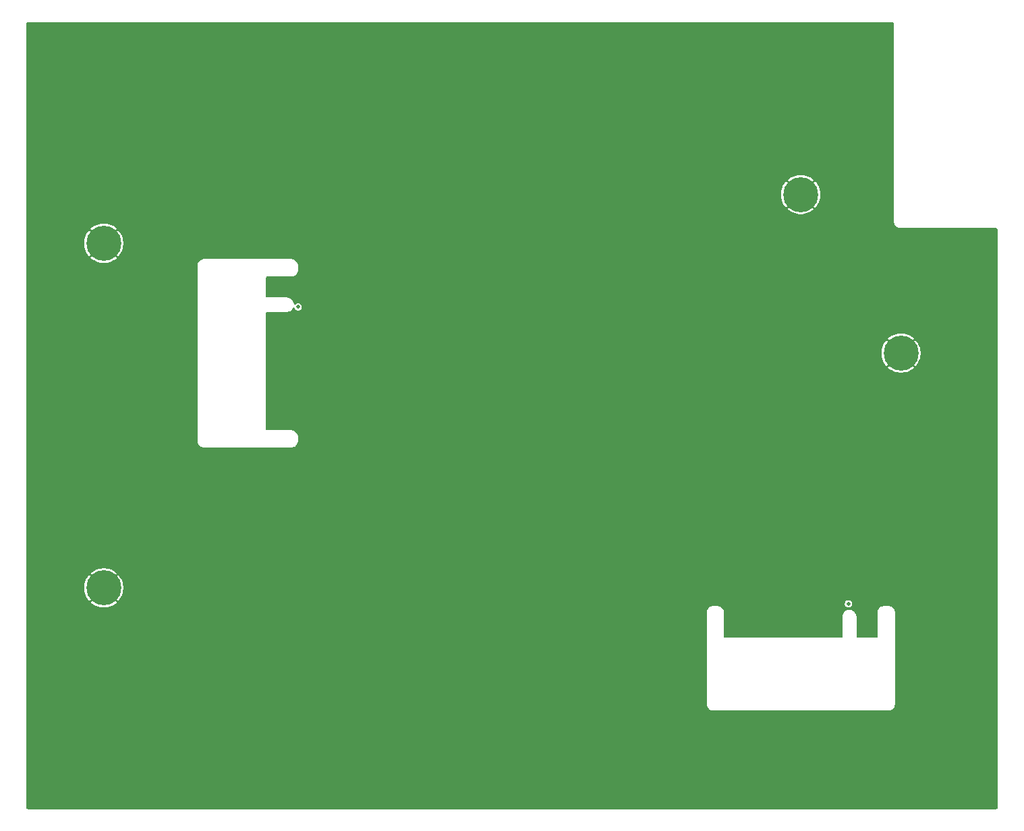
<source format=gbr>
%TF.GenerationSoftware,KiCad,Pcbnew,9.0.0*%
%TF.CreationDate,2025-03-02T12:58:23-05:00*%
%TF.ProjectId,Interposer_Board_IOCrest,496e7465-7270-46f7-9365-725f426f6172,rev?*%
%TF.SameCoordinates,Original*%
%TF.FileFunction,Copper,L2,Inr*%
%TF.FilePolarity,Positive*%
%FSLAX46Y46*%
G04 Gerber Fmt 4.6, Leading zero omitted, Abs format (unit mm)*
G04 Created by KiCad (PCBNEW 9.0.0) date 2025-03-02 12:58:23*
%MOMM*%
%LPD*%
G01*
G04 APERTURE LIST*
%TA.AperFunction,ComponentPad*%
%ADD10C,0.700000*%
%TD*%
%TA.AperFunction,ComponentPad*%
%ADD11C,4.400000*%
%TD*%
%TA.AperFunction,ViaPad*%
%ADD12C,0.508000*%
%TD*%
G04 APERTURE END LIST*
D10*
%TO.N,GND*%
%TO.C,H2*%
X165601100Y-42353600D03*
X166084374Y-41186874D03*
X166084374Y-43520326D03*
X167251100Y-40703600D03*
D11*
X167251100Y-42353600D03*
D10*
X167251100Y-44003600D03*
X168417826Y-41186874D03*
X168417826Y-43520326D03*
X168901100Y-42353600D03*
%TD*%
%TO.N,GND*%
%TO.C,H4*%
X78126100Y-91778600D03*
X78609374Y-90611874D03*
X78609374Y-92945326D03*
X79776100Y-90128600D03*
D11*
X79776100Y-91778600D03*
D10*
X79776100Y-93428600D03*
X80942826Y-90611874D03*
X80942826Y-92945326D03*
X81426100Y-91778600D03*
%TD*%
%TO.N,GND*%
%TO.C,H1*%
X178196100Y-62278600D03*
X178679374Y-61111874D03*
X178679374Y-63445326D03*
X179846100Y-60628600D03*
D11*
X179846100Y-62278600D03*
D10*
X179846100Y-63928600D03*
X181012826Y-61111874D03*
X181012826Y-63445326D03*
X181496100Y-62278600D03*
%TD*%
%TO.N,GND*%
%TO.C,H3*%
X78126100Y-48478600D03*
X78609374Y-47311874D03*
X78609374Y-49645326D03*
X79776100Y-46828600D03*
D11*
X79776100Y-48478600D03*
D10*
X79776100Y-50128600D03*
X80942826Y-47311874D03*
X80942826Y-49645326D03*
X81426100Y-48478600D03*
%TD*%
D12*
%TO.N,GND*%
X105776100Y-41878600D03*
X85776100Y-22128600D03*
X155776100Y-51878600D03*
X112026100Y-22128600D03*
X169246100Y-89668600D03*
X165776100Y-76878600D03*
X95776100Y-46878600D03*
X179526100Y-118878600D03*
X165776100Y-51878600D03*
X138280100Y-73502600D03*
X148066100Y-68428600D03*
X123191100Y-64983600D03*
X170966100Y-87088600D03*
X70776100Y-26378600D03*
X103276100Y-49378600D03*
X155296100Y-73518600D03*
X164628100Y-89240600D03*
X189361886Y-46964386D03*
X150776100Y-51878600D03*
X108276100Y-49378600D03*
X128276100Y-84378600D03*
X111191100Y-64983600D03*
X129191100Y-58983600D03*
X123276100Y-118878600D03*
X107191100Y-58983600D03*
X85776100Y-81878600D03*
X93276100Y-114378600D03*
X159138100Y-81620600D03*
X162776100Y-21378600D03*
X104526100Y-118878600D03*
X70776100Y-32378600D03*
X173276100Y-84378600D03*
X109191100Y-70983600D03*
X83276100Y-114378600D03*
X107191100Y-63483600D03*
X103276100Y-89378600D03*
X115776100Y-101878600D03*
X73276100Y-109378600D03*
X165194100Y-83416600D03*
X90776100Y-96878600D03*
X188276100Y-79378600D03*
X153276100Y-39378600D03*
X80776100Y-106878600D03*
X149756100Y-65878600D03*
X143276100Y-109378600D03*
X168276100Y-114378600D03*
X103276100Y-84378600D03*
X100776100Y-101878600D03*
X180776100Y-66878600D03*
X117191100Y-66483600D03*
X156310100Y-78792600D03*
X117191100Y-70983600D03*
X146974100Y-80076600D03*
X98276100Y-114378600D03*
X113191100Y-61983600D03*
X70776100Y-46378600D03*
X111191100Y-61983600D03*
X188276100Y-69378600D03*
X166526100Y-21378600D03*
X152956100Y-81798600D03*
X88276100Y-109378600D03*
X178276100Y-59378600D03*
X105191100Y-67983600D03*
X125191100Y-63483600D03*
X73276100Y-104378600D03*
X103276100Y-44378600D03*
X88276100Y-54378600D03*
X151526100Y-21378600D03*
X119191100Y-58983600D03*
X135191100Y-61983600D03*
X103276100Y-79378600D03*
X149640100Y-67862600D03*
X190776100Y-116378600D03*
X103276100Y-114378600D03*
X87776100Y-21378600D03*
X121191100Y-67983600D03*
X83276100Y-74378600D03*
X147084100Y-78046600D03*
X95276100Y-118128600D03*
X70776100Y-66378600D03*
X115776100Y-96878600D03*
X95776100Y-81878600D03*
X135776100Y-41878600D03*
X180776100Y-116378600D03*
X90776100Y-51878600D03*
X110776100Y-86878600D03*
X163276100Y-69378600D03*
X110776100Y-41878600D03*
X103191100Y-67983600D03*
X125191100Y-69483600D03*
X187361885Y-46964386D03*
X155776100Y-31878600D03*
X163896100Y-80018600D03*
X157418100Y-84140600D03*
X123191100Y-67983600D03*
X190776100Y-74378600D03*
X125776100Y-76878600D03*
X148276100Y-44378600D03*
X175776100Y-86878600D03*
X139191100Y-61983600D03*
X145514100Y-61636600D03*
X142522100Y-77744600D03*
X110776100Y-101878600D03*
X153276100Y-99378600D03*
X123276100Y-39378600D03*
X85776100Y-61878600D03*
X115776100Y-111878600D03*
X119191100Y-57483600D03*
X190776100Y-104378600D03*
X140776100Y-41878600D03*
X70776100Y-54378600D03*
X151542100Y-80384600D03*
X125776100Y-116378600D03*
X95776100Y-106878600D03*
X133276100Y-74378600D03*
X73276100Y-69378600D03*
X139036100Y-65758600D03*
X103276100Y-39378600D03*
X144998100Y-67480600D03*
X160026100Y-88868600D03*
X143276100Y-94378600D03*
X141644100Y-70486600D03*
X130776100Y-86878600D03*
X88276100Y-99378600D03*
X153276100Y-24378600D03*
X113276100Y-54378600D03*
X139191100Y-57483600D03*
X139694100Y-74916600D03*
X170276100Y-118128600D03*
X119526100Y-22128600D03*
X160776100Y-46878600D03*
X151326100Y-82288600D03*
X158276100Y-114378600D03*
X70776100Y-106378600D03*
X118276100Y-44378600D03*
X129191100Y-61983600D03*
X159810100Y-90772600D03*
X148276100Y-104378600D03*
X88276100Y-94378600D03*
X95776100Y-111878600D03*
X142732100Y-75834600D03*
X133276100Y-34378600D03*
X109191100Y-64983600D03*
X175776100Y-76878600D03*
X113276100Y-49378600D03*
X107191100Y-70983600D03*
X188276100Y-114378600D03*
X133191100Y-60483600D03*
X70776100Y-48378600D03*
X150488100Y-75100600D03*
X80776100Y-86878600D03*
X70776100Y-72378600D03*
X185776100Y-86878600D03*
X169246100Y-93428600D03*
X145350100Y-80572600D03*
X70776100Y-30378600D03*
X113191100Y-67983600D03*
X129191100Y-70983600D03*
X138276100Y-22128600D03*
X117191100Y-69483600D03*
X70776100Y-98378600D03*
X113276100Y-79378600D03*
X145776100Y-86878600D03*
X138276100Y-54378600D03*
X144026100Y-118128600D03*
X145776100Y-96878600D03*
X129191100Y-67983600D03*
X70776100Y-78378600D03*
X72526100Y-21378600D03*
X158276100Y-49378600D03*
X190776100Y-58378600D03*
X93276100Y-94378600D03*
X183276100Y-84378600D03*
X150776100Y-116378600D03*
X154044100Y-87146600D03*
X168276100Y-24378600D03*
X120776100Y-46878600D03*
X107191100Y-60483600D03*
X74526100Y-118878600D03*
X85776100Y-66878600D03*
X70776100Y-34378600D03*
X111191100Y-66483600D03*
X165776100Y-66878600D03*
X153882100Y-72104600D03*
X103191100Y-64983600D03*
X133276100Y-84378600D03*
X85776100Y-96878600D03*
X138276100Y-118878600D03*
X123276100Y-104378600D03*
X157724100Y-80206600D03*
X178276100Y-41378600D03*
X118276100Y-114378600D03*
X145776100Y-91878600D03*
X188276100Y-109378600D03*
X138276100Y-29378600D03*
X190776100Y-100378600D03*
X159378100Y-79740600D03*
X129191100Y-66483600D03*
X145398100Y-63620600D03*
X109191100Y-61983600D03*
X145776100Y-56878600D03*
X140776100Y-101878600D03*
X153316100Y-77928600D03*
X143276100Y-29378600D03*
X133276100Y-104378600D03*
X115776100Y-91878600D03*
X147826100Y-70308600D03*
X163276100Y-29378600D03*
X150776100Y-46878600D03*
X180776100Y-56878600D03*
X78276100Y-84378600D03*
X155276100Y-21378600D03*
X148276100Y-114378600D03*
X168276100Y-74378600D03*
X109191100Y-58983600D03*
X137186100Y-68148600D03*
X75776100Y-91878600D03*
X110776100Y-116378600D03*
X83276100Y-79378600D03*
X135191100Y-66483600D03*
X168276100Y-59378600D03*
X118276100Y-84378600D03*
X111191100Y-63483600D03*
X100776100Y-106878600D03*
X105191100Y-57483600D03*
X183276100Y-118878600D03*
X159026100Y-21378600D03*
X153276100Y-29378600D03*
X117191100Y-67983600D03*
X168276100Y-22128600D03*
X108276100Y-79378600D03*
X163276100Y-39378600D03*
X162366100Y-80588600D03*
X115191100Y-61983600D03*
X151006100Y-86228600D03*
X103191100Y-61983600D03*
X113191100Y-64983600D03*
X190776100Y-60378600D03*
X83276100Y-64378600D03*
X113276100Y-99378600D03*
X154730100Y-79342600D03*
X138276100Y-84378600D03*
X133191100Y-67983600D03*
X145886100Y-74728600D03*
X85776100Y-91878600D03*
X173276100Y-74378600D03*
X84026100Y-118128600D03*
X153834100Y-89056600D03*
X108276100Y-99378600D03*
X160776100Y-118878600D03*
X88276100Y-74378600D03*
X160776100Y-71878600D03*
X188276100Y-49378600D03*
X178276100Y-49378600D03*
X70776100Y-44378600D03*
X127191100Y-61983600D03*
X103191100Y-58983600D03*
X163276100Y-34378600D03*
X100776100Y-118878600D03*
X83276100Y-104378600D03*
X185776100Y-51878600D03*
X144472100Y-73314600D03*
X151054100Y-69276600D03*
X159026100Y-118128600D03*
X140776100Y-86878600D03*
X80776100Y-96878600D03*
X131191100Y-70983600D03*
X93276100Y-24378600D03*
X183276100Y-64378600D03*
X144692100Y-71414600D03*
X127191100Y-70983600D03*
X98276100Y-49378600D03*
X166246100Y-94728600D03*
X160776100Y-22128600D03*
X90776100Y-56878600D03*
X158612100Y-87454600D03*
X130776100Y-81878600D03*
X88276100Y-114378600D03*
X113276100Y-39378600D03*
X113191100Y-70983600D03*
X118276100Y-74378600D03*
X146928100Y-63050600D03*
X118276100Y-89378600D03*
X73276100Y-44378600D03*
X190776100Y-54378600D03*
X125191100Y-60483600D03*
X150348100Y-77070600D03*
X73276100Y-89378600D03*
X190776100Y-86378600D03*
X143276100Y-54378600D03*
X139191100Y-58983600D03*
X113276100Y-94378600D03*
X140776100Y-106878600D03*
X190776100Y-114378600D03*
X129191100Y-63483600D03*
X120776100Y-86878600D03*
X100776100Y-76878600D03*
X138276100Y-99378600D03*
X190776100Y-88378600D03*
X99026100Y-118128600D03*
X157198100Y-86040600D03*
X128276100Y-39378600D03*
X80776100Y-76878600D03*
X145776100Y-41878600D03*
X140996100Y-61358600D03*
X113276100Y-74378600D03*
X155776100Y-46878600D03*
X99026100Y-21378600D03*
X158746100Y-94728600D03*
X115191100Y-58983600D03*
X98276100Y-89378600D03*
X190776100Y-66378600D03*
X175776100Y-81878600D03*
X180776100Y-71878600D03*
X90776100Y-101878600D03*
X156710100Y-74932600D03*
X155776100Y-61878600D03*
X108276100Y-74378600D03*
X76526100Y-118128600D03*
X165776100Y-31878600D03*
X119526100Y-118878600D03*
X158276100Y-59378600D03*
X109191100Y-57483600D03*
X150776100Y-101878600D03*
X149074100Y-73686600D03*
X149912100Y-80874600D03*
X158276100Y-64378600D03*
X75776100Y-71878600D03*
X174026100Y-118128600D03*
X141864100Y-68586600D03*
X103276100Y-24378600D03*
X170776100Y-36878600D03*
X189026100Y-118128600D03*
X161440100Y-90282600D03*
X70776100Y-116378600D03*
X123276100Y-34378600D03*
X185776100Y-111878600D03*
X157026100Y-118878600D03*
X100776100Y-91878600D03*
X173276100Y-34378600D03*
X161756100Y-93428600D03*
X70776100Y-56378600D03*
X133276100Y-79378600D03*
X110776100Y-106878600D03*
X188276100Y-74378600D03*
X154370100Y-83212600D03*
X113276100Y-44378600D03*
X70776100Y-92378600D03*
X98276100Y-44378600D03*
X138816100Y-67658600D03*
X110776100Y-51878600D03*
X108276100Y-94378600D03*
X93276100Y-79378600D03*
X70776100Y-114378600D03*
X107191100Y-67983600D03*
X188276100Y-89378600D03*
X108276100Y-109378600D03*
X142026100Y-22128600D03*
X156982100Y-87944600D03*
X163276100Y-74378600D03*
X146812100Y-65034600D03*
X190776100Y-80378600D03*
X153276100Y-94378600D03*
X108276100Y-89378600D03*
X135191100Y-67983600D03*
X180776100Y-81878600D03*
X135776100Y-86878600D03*
X125191100Y-66483600D03*
X93276100Y-74428600D03*
X178276100Y-54378600D03*
X149526100Y-118878600D03*
X170776100Y-111878600D03*
X183276100Y-109378600D03*
X113191100Y-69483600D03*
X148276100Y-89378600D03*
X143058100Y-71900600D03*
X162482100Y-78604600D03*
X144026100Y-21378600D03*
X103276100Y-99378600D03*
X149480100Y-69842600D03*
X73276100Y-64378600D03*
X127191100Y-64983600D03*
X160776100Y-116378600D03*
X102776100Y-118128600D03*
X141108100Y-76330600D03*
X170756100Y-91158601D03*
X188276100Y-84378600D03*
X83276100Y-84378600D03*
X178276100Y-45378600D03*
X123191100Y-66483600D03*
X140776100Y-96878600D03*
X141428100Y-72390600D03*
X118276100Y-39378600D03*
X70776100Y-110378600D03*
X150776100Y-91878600D03*
X83276100Y-24378600D03*
X175776100Y-31878600D03*
X178276100Y-74378600D03*
X107191100Y-66483600D03*
X173276100Y-24378600D03*
X125191100Y-58983600D03*
X78276100Y-22128600D03*
X76526100Y-21378600D03*
X85776100Y-101878600D03*
X138276100Y-114378600D03*
X175776100Y-22128600D03*
X164746100Y-93198600D03*
X185776100Y-71878600D03*
X156144100Y-80756600D03*
X158286100Y-91388600D03*
X178276100Y-89378600D03*
X158276100Y-44378600D03*
X158124100Y-76346600D03*
X100776100Y-116378600D03*
X148498100Y-79460600D03*
X190776100Y-90378600D03*
X144256100Y-75218600D03*
X170776100Y-41878600D03*
X190776100Y-64378600D03*
X123276100Y-84378600D03*
X145776100Y-118878600D03*
X73276100Y-94378600D03*
X125776100Y-96878600D03*
X70776100Y-74378600D03*
X168276100Y-29378600D03*
X147660100Y-72272600D03*
X166608100Y-84830600D03*
X146652100Y-67014600D03*
X168276100Y-34378600D03*
X168276100Y-79378600D03*
X120776100Y-41878600D03*
X93276100Y-22128600D03*
X170776100Y-56878600D03*
X158832100Y-85554600D03*
X157558100Y-82170600D03*
X130776100Y-51878600D03*
X105776100Y-86878600D03*
X158276100Y-34378600D03*
X141156100Y-59378600D03*
X115191100Y-57483600D03*
X119191100Y-69483600D03*
X160246100Y-94728600D03*
X95776100Y-86878600D03*
X129191100Y-57483600D03*
X127191100Y-67983600D03*
X141318100Y-74420600D03*
X133191100Y-69483600D03*
X105191100Y-63483600D03*
X185776100Y-56878600D03*
X83276100Y-69378600D03*
X160552100Y-83034600D03*
X105191100Y-64983600D03*
X110776100Y-96878600D03*
X148714100Y-77556600D03*
X157026100Y-22128600D03*
X180776100Y-96878600D03*
X128276100Y-49378600D03*
X115191100Y-67983600D03*
X155776100Y-66878600D03*
X131191100Y-58983600D03*
X70776100Y-104378600D03*
X187026100Y-118878600D03*
X90776100Y-46878600D03*
X149802100Y-82904600D03*
X140776100Y-81878600D03*
X153276100Y-49378600D03*
X158276100Y-39378600D03*
X160776100Y-41878600D03*
X142170100Y-64652600D03*
X90776100Y-91878600D03*
X148276100Y-29378600D03*
X109191100Y-66483600D03*
X70776100Y-70378600D03*
X190776100Y-112378600D03*
X143984100Y-62206600D03*
X125776100Y-106878600D03*
X113191100Y-63483600D03*
X135776100Y-91878600D03*
X110776100Y-91878600D03*
X73276100Y-99378600D03*
X78276100Y-24378600D03*
X161966100Y-84448600D03*
X143276100Y-39378600D03*
X136526100Y-118128600D03*
X70776100Y-100378600D03*
X117191100Y-60483600D03*
X135191100Y-63483600D03*
X70776100Y-84378600D03*
X148276100Y-99378600D03*
X170276100Y-21378600D03*
X90776100Y-66878600D03*
X170776100Y-71878600D03*
X75776100Y-101878600D03*
X133276100Y-109378600D03*
X73276100Y-74378600D03*
X70776100Y-102378600D03*
X185361886Y-46964386D03*
X166448100Y-86810600D03*
X123276100Y-79378600D03*
X133276100Y-99378600D03*
X143584100Y-66066600D03*
X168022100Y-86244600D03*
X161660100Y-88382600D03*
X123191100Y-58983600D03*
X146246100Y-70858600D03*
X180776100Y-51878600D03*
X133276100Y-54378600D03*
X183276100Y-99378600D03*
X127191100Y-60483600D03*
X110776100Y-111878600D03*
X160792100Y-81154600D03*
X143278100Y-70000600D03*
X170756100Y-93158602D03*
X125776100Y-81878600D03*
X118276100Y-99378600D03*
X70776100Y-88378600D03*
X109191100Y-60483600D03*
X78276100Y-64378600D03*
X98276100Y-104378600D03*
X150776100Y-56878600D03*
X110276100Y-21378600D03*
X148276100Y-39378600D03*
X175776100Y-41878600D03*
X169246100Y-91668601D03*
X131191100Y-66483600D03*
X120776100Y-81878600D03*
X175776100Y-111878600D03*
X163276100Y-109378600D03*
X85776100Y-111878600D03*
X70776100Y-36378600D03*
X93276100Y-89378600D03*
X160776100Y-61878600D03*
X70776100Y-68378600D03*
X123276100Y-54378600D03*
X158396100Y-89358600D03*
X190776100Y-50378600D03*
X133191100Y-63483600D03*
X115776100Y-41878600D03*
X140230100Y-69072600D03*
X118276100Y-49378600D03*
X153276100Y-59378600D03*
X123191100Y-70983600D03*
X127191100Y-69483600D03*
X70776100Y-86378600D03*
X93276100Y-99378600D03*
X75776100Y-111878600D03*
X142004100Y-66616600D03*
X148388100Y-81490600D03*
X74526100Y-22128600D03*
X111191100Y-57483600D03*
X152740100Y-83702600D03*
X170776100Y-66878600D03*
X82026100Y-22128600D03*
X185776100Y-91878600D03*
X144832100Y-69444600D03*
X172246100Y-88628600D03*
X163074100Y-89796600D03*
X148276100Y-94378600D03*
X190776100Y-106378600D03*
X80776100Y-116378600D03*
X150776100Y-106878600D03*
X145776100Y-111878600D03*
X133276100Y-29378600D03*
X121191100Y-70983600D03*
X90776100Y-76878600D03*
X166526100Y-118128600D03*
X98276100Y-24378600D03*
X135191100Y-58983600D03*
X70776100Y-96378600D03*
X110776100Y-81878600D03*
X119191100Y-67983600D03*
X175776100Y-116378600D03*
X162206100Y-82568600D03*
X185776100Y-81878600D03*
X131191100Y-63483600D03*
X139191100Y-60483600D03*
X178276100Y-23378600D03*
X88276100Y-64378600D03*
X138276100Y-104378600D03*
X173276100Y-114378600D03*
X158276100Y-29378600D03*
X125776100Y-51878600D03*
X151170100Y-67292600D03*
X130776100Y-116378600D03*
X168276100Y-118878600D03*
X151902100Y-76514600D03*
X162854100Y-91696600D03*
X138276100Y-44378600D03*
X158076100Y-93298600D03*
X70776100Y-94378600D03*
X70776100Y-80378600D03*
X137191100Y-60483600D03*
X170776100Y-51878600D03*
X70776100Y-42378600D03*
X135776100Y-101878600D03*
X154590100Y-81312600D03*
X135776100Y-96878600D03*
X180776100Y-106878600D03*
X175776100Y-118878600D03*
X150128100Y-78970600D03*
X111191100Y-58983600D03*
X150894100Y-71256600D03*
X185776100Y-76878600D03*
X138276100Y-24378600D03*
X112026100Y-118878600D03*
X142842100Y-73804600D03*
X190776100Y-62378600D03*
X165776100Y-116378600D03*
X73276100Y-79378600D03*
X100776100Y-41878600D03*
X78276100Y-74378600D03*
X80276100Y-118128600D03*
X185776100Y-101878600D03*
X128276100Y-99378600D03*
X128276100Y-114378600D03*
X168276100Y-54378600D03*
X117776100Y-118128600D03*
X85776100Y-116378600D03*
X183361885Y-46964386D03*
X156550100Y-76912600D03*
X120776100Y-91878600D03*
X143824100Y-64186600D03*
X91526100Y-21378600D03*
X80276100Y-21378600D03*
X138276100Y-109378600D03*
X164746100Y-94728600D03*
X83276100Y-109378600D03*
X143276100Y-89378600D03*
X106526100Y-118128600D03*
X113276100Y-114378600D03*
X153722100Y-74084600D03*
X120776100Y-116378600D03*
X140276100Y-21378600D03*
X190776100Y-108378600D03*
X117191100Y-57483600D03*
X98276100Y-94378600D03*
X125276100Y-21378600D03*
X91526100Y-118128600D03*
X75776100Y-61878600D03*
X188276100Y-59378600D03*
X160246100Y-86968600D03*
X70776100Y-28378600D03*
X158276100Y-24378600D03*
X178276100Y-39378600D03*
X173276100Y-44378600D03*
X115776100Y-51878600D03*
X140450100Y-67172600D03*
X120776100Y-96878600D03*
X115776100Y-81878600D03*
X93276100Y-44378600D03*
X175776100Y-51878600D03*
X75776100Y-96878600D03*
X121191100Y-64983600D03*
X100776100Y-86878600D03*
X178276100Y-27378600D03*
X85776100Y-56878600D03*
X133276100Y-89378600D03*
X88276100Y-79378600D03*
X78276100Y-79378600D03*
X83276100Y-94378600D03*
X150654100Y-73136600D03*
X179361885Y-46964386D03*
X163620100Y-83982600D03*
X165776100Y-61878600D03*
X121191100Y-60483600D03*
X165776100Y-111878600D03*
X148276100Y-109378600D03*
X123276100Y-99378600D03*
X111191100Y-69483600D03*
X90776100Y-81878600D03*
X125776100Y-111878600D03*
X153276100Y-44378600D03*
X75776100Y-66878600D03*
X111191100Y-67983600D03*
X147300100Y-76142600D03*
X136866100Y-72088600D03*
X118276100Y-94378600D03*
X113191100Y-58983600D03*
X190776100Y-84378600D03*
X102776100Y-21378600D03*
X149592100Y-84814600D03*
X175776100Y-26878600D03*
X103276100Y-109378600D03*
X175776100Y-36878600D03*
X156872100Y-89974600D03*
X190776100Y-82378600D03*
X85776100Y-118878600D03*
X181526100Y-118128600D03*
X83276100Y-44378600D03*
X138276100Y-34378600D03*
X123276100Y-22128600D03*
X185776100Y-96878600D03*
X70776100Y-38378600D03*
X114026100Y-21378600D03*
X78276100Y-114378600D03*
X73276100Y-39378600D03*
X153276100Y-109378600D03*
X115776100Y-22128600D03*
X93276100Y-109378600D03*
X168276100Y-49378600D03*
X133276100Y-49378600D03*
X190776100Y-70378600D03*
X165034100Y-85396600D03*
X140276100Y-118128600D03*
X133276100Y-114378600D03*
X161800100Y-86412600D03*
X166246100Y-92648600D03*
X166208100Y-88690600D03*
X138276100Y-39378600D03*
X152420100Y-87642600D03*
X143276100Y-99378600D03*
X150776100Y-96878600D03*
X73276100Y-59378600D03*
X155776100Y-41878600D03*
X98276100Y-99378600D03*
X145776100Y-22128600D03*
X90776100Y-41878600D03*
X172246100Y-92628602D03*
X190776100Y-102378600D03*
X135191100Y-60483600D03*
X119191100Y-66483600D03*
X173276100Y-109378600D03*
X163276100Y-44378600D03*
X114026100Y-118128600D03*
X133276100Y-24378600D03*
X160776100Y-56878600D03*
X115191100Y-69483600D03*
X178276100Y-79378600D03*
X190776100Y-94378600D03*
X155276100Y-118128600D03*
X168276100Y-64378600D03*
X145670100Y-76632600D03*
X105776100Y-96878600D03*
X133191100Y-64983600D03*
X70776100Y-58378600D03*
X143276100Y-34378600D03*
X135191100Y-64983600D03*
X163276100Y-49378600D03*
X140590100Y-65202600D03*
X163246100Y-94728600D03*
X137191100Y-58983600D03*
X105776100Y-76878600D03*
X143276100Y-49378600D03*
X190776100Y-48378600D03*
X133191100Y-66483600D03*
X103191100Y-70983600D03*
X134526100Y-22128600D03*
X170776100Y-46878600D03*
X150776100Y-41878600D03*
X169246100Y-94728600D03*
X118276100Y-79378600D03*
X118276100Y-109378600D03*
X161224100Y-92186600D03*
X128276100Y-54378600D03*
X150776100Y-31878600D03*
X190776100Y-72378600D03*
X140776100Y-46878600D03*
X145560100Y-78662600D03*
X105191100Y-60483600D03*
X167862100Y-88224600D03*
X143276100Y-44378600D03*
X162776100Y-118128600D03*
X125191100Y-57483600D03*
X168138100Y-84260600D03*
X133276100Y-39378600D03*
X133191100Y-58983600D03*
X131191100Y-64983600D03*
X159700100Y-92802600D03*
X185776100Y-66878600D03*
X115191100Y-63483600D03*
X115776100Y-76878600D03*
X178276100Y-37378600D03*
X148276100Y-34378600D03*
X137191100Y-66483600D03*
X83276100Y-49378600D03*
X148178100Y-83400600D03*
X163276100Y-24378600D03*
X75776100Y-81878600D03*
X157964100Y-78326600D03*
X90776100Y-111878600D03*
X148934100Y-75656600D03*
X115776100Y-46878600D03*
X190776100Y-96378600D03*
X133191100Y-70983600D03*
X80776100Y-71878600D03*
X103191100Y-66483600D03*
X146106100Y-72828600D03*
X98276100Y-109378600D03*
X137191100Y-63483600D03*
X80776100Y-111878600D03*
X158972100Y-83584600D03*
X160776100Y-66878600D03*
X70776100Y-64378600D03*
X170776100Y-61878600D03*
X85776100Y-51878600D03*
X135776100Y-76878600D03*
X130776100Y-111878600D03*
X98276100Y-84378600D03*
X117191100Y-61983600D03*
X90776100Y-106878600D03*
X75776100Y-86878600D03*
X105776100Y-51878600D03*
X130776100Y-91878600D03*
X154154100Y-85116600D03*
X125191100Y-70983600D03*
X117191100Y-63483600D03*
X143276100Y-104378600D03*
X155412100Y-71534600D03*
X190776100Y-68378600D03*
X78276100Y-109378600D03*
X170776100Y-31878600D03*
X121191100Y-57483600D03*
X113276100Y-84378600D03*
X128276100Y-89378600D03*
X144146100Y-77248600D03*
X170776100Y-116378600D03*
X117776100Y-21378600D03*
X85776100Y-106878600D03*
X119191100Y-60483600D03*
X149526100Y-22128600D03*
X151216100Y-84318600D03*
X148276100Y-24378600D03*
X142570100Y-60792600D03*
X118276100Y-104378600D03*
X83276100Y-99378600D03*
X90776100Y-86878600D03*
X118276100Y-54378600D03*
X123276100Y-49378600D03*
X147776100Y-21378600D03*
X103276100Y-104378600D03*
X158276100Y-54378600D03*
X136526100Y-21378600D03*
X113276100Y-89378600D03*
X103191100Y-60483600D03*
X178276100Y-35378600D03*
X111191100Y-70983600D03*
X95776100Y-116378600D03*
X135776100Y-116378600D03*
X128276100Y-44378600D03*
X88276100Y-59378600D03*
X127026100Y-118878600D03*
X121191100Y-66483600D03*
X178276100Y-109378600D03*
X139176100Y-63788600D03*
X125776100Y-91878600D03*
X140776100Y-91878600D03*
X134526100Y-118878600D03*
X103276100Y-94378600D03*
X180776100Y-91878600D03*
X183276100Y-59378600D03*
X139904100Y-73006600D03*
X174026100Y-21378600D03*
X121191100Y-63483600D03*
X180776100Y-111878600D03*
X153276100Y-54378600D03*
X78276100Y-104378600D03*
X151526100Y-118128600D03*
X127191100Y-66483600D03*
X178276100Y-25378600D03*
X90776100Y-71878600D03*
X170756100Y-89158600D03*
X170776100Y-76878600D03*
X173276100Y-69378600D03*
X115776100Y-86878600D03*
X133191100Y-57483600D03*
X167746100Y-93428600D03*
X70776100Y-60378600D03*
X78276100Y-69378600D03*
X142686100Y-58808600D03*
X121526100Y-21378600D03*
X93276100Y-104378600D03*
X123276100Y-44378600D03*
X168276100Y-69378600D03*
X175776100Y-46878600D03*
X178276100Y-43378600D03*
X85776100Y-86878600D03*
X108276100Y-39378600D03*
X120776100Y-51878600D03*
X108276100Y-104378600D03*
X127191100Y-58983600D03*
X185776100Y-116378600D03*
X78276100Y-59378600D03*
X73276100Y-24378600D03*
X123276100Y-74378600D03*
X160952100Y-79174600D03*
X180776100Y-86878600D03*
X83276100Y-59378600D03*
X130776100Y-41878600D03*
X170756100Y-94728600D03*
X123191100Y-69483600D03*
X97026100Y-118878600D03*
X113191100Y-57483600D03*
X130776100Y-22128600D03*
X95776100Y-41878600D03*
X108276100Y-118878600D03*
X143418100Y-68030600D03*
X135191100Y-69483600D03*
X135776100Y-46878600D03*
X163276100Y-59378600D03*
X143936100Y-79158600D03*
X129026100Y-21378600D03*
X105776100Y-81878600D03*
X113276100Y-109378600D03*
X173276100Y-59378600D03*
X130776100Y-96878600D03*
X143276100Y-114378600D03*
X129191100Y-60483600D03*
X172026100Y-22128600D03*
X88276100Y-44378600D03*
X178276100Y-31378600D03*
X115191100Y-70983600D03*
X83276100Y-89378600D03*
X105191100Y-61983600D03*
X105776100Y-46878600D03*
X133191100Y-61983600D03*
X110276100Y-118128600D03*
X152630100Y-85732600D03*
X123191100Y-61983600D03*
X165776100Y-26878600D03*
X107191100Y-61983600D03*
X73276100Y-34378600D03*
X131191100Y-61983600D03*
X183276100Y-74378600D03*
X82026100Y-118878600D03*
X131191100Y-60483600D03*
X163276100Y-54378600D03*
X145776100Y-51878600D03*
X183276100Y-89378600D03*
X183276100Y-104378600D03*
X172246100Y-94728600D03*
X135191100Y-70983600D03*
X113191100Y-66483600D03*
X147776100Y-118128600D03*
X109191100Y-63483600D03*
X80776100Y-56878600D03*
X70776100Y-52378600D03*
X123276100Y-89378600D03*
X123276100Y-109378600D03*
X165310100Y-81432600D03*
X140776100Y-111878600D03*
X88276100Y-24378600D03*
X175776100Y-91878600D03*
X105776100Y-116378600D03*
X164526100Y-118878600D03*
X130776100Y-46878600D03*
X135776100Y-51878600D03*
X158240100Y-74362600D03*
X155776100Y-111878600D03*
X121191100Y-69483600D03*
X152308100Y-72670600D03*
X183276100Y-69378600D03*
X173276100Y-39378600D03*
X80776100Y-66878600D03*
X109191100Y-69483600D03*
X121526100Y-118128600D03*
X178276100Y-69378600D03*
X173276100Y-54378600D03*
X175776100Y-66878600D03*
X98276100Y-74428600D03*
X155568100Y-86530600D03*
X166724100Y-82846600D03*
X130776100Y-118878600D03*
X177776100Y-21378600D03*
X155776100Y-116378600D03*
X113191100Y-60483600D03*
X105191100Y-66483600D03*
X160776100Y-51878600D03*
X141191100Y-57483600D03*
X155458100Y-88560600D03*
X140776100Y-51878600D03*
X129191100Y-69483600D03*
X158276100Y-69378600D03*
X160776100Y-111878600D03*
X95776100Y-101878600D03*
X105776100Y-111878600D03*
X85776100Y-71878600D03*
X73276100Y-114378600D03*
X140014100Y-70976600D03*
X103191100Y-69483600D03*
X140776100Y-31878600D03*
X153998100Y-70120600D03*
X119191100Y-64983600D03*
X98276100Y-79378600D03*
X105191100Y-70983600D03*
X88276100Y-84378600D03*
X177776100Y-118128600D03*
X98276100Y-39378600D03*
X138276100Y-49378600D03*
X183276100Y-79378600D03*
X103276100Y-74428600D03*
X103191100Y-63483600D03*
X190776100Y-56378600D03*
X93276100Y-118878600D03*
X131191100Y-57483600D03*
X170776100Y-26878600D03*
X115191100Y-60483600D03*
X135776100Y-31878600D03*
X142026100Y-118878600D03*
X78276100Y-99378600D03*
X90776100Y-116378600D03*
X125191100Y-64983600D03*
X131191100Y-67983600D03*
X100776100Y-81878600D03*
X149240100Y-71722600D03*
X128276100Y-74378600D03*
X129026100Y-118128600D03*
X103191100Y-57483600D03*
X125276100Y-118128600D03*
X115776100Y-118878600D03*
X85776100Y-76878600D03*
X127026100Y-22128600D03*
X159538100Y-77760600D03*
X167746100Y-94728600D03*
X125191100Y-67983600D03*
X70776100Y-62378600D03*
X169436100Y-87658600D03*
X125776100Y-41878600D03*
X90776100Y-61878600D03*
X163214100Y-87826600D03*
X80776100Y-81878600D03*
X161068100Y-77190600D03*
X145776100Y-31878600D03*
X163780100Y-82002600D03*
X117191100Y-58983600D03*
X137076100Y-70178600D03*
X135191100Y-57483600D03*
X130776100Y-101878600D03*
X105776100Y-101878600D03*
X123276100Y-114378600D03*
X130776100Y-106878600D03*
X138276100Y-79378600D03*
X153482100Y-75964600D03*
X107191100Y-69483600D03*
X95776100Y-76878600D03*
X113276100Y-104378600D03*
X80776100Y-61878600D03*
X120776100Y-111878600D03*
X70776100Y-118878600D03*
X118276100Y-24378600D03*
X154896100Y-77378600D03*
X150776100Y-111878600D03*
X188276100Y-99378600D03*
X153176100Y-79898600D03*
X115776100Y-116378600D03*
X95276100Y-21378600D03*
X138276100Y-89378600D03*
X178276100Y-33378600D03*
X108276100Y-22128600D03*
X190776100Y-52378600D03*
X137191100Y-57483600D03*
X128276100Y-79378600D03*
X133276100Y-44378600D03*
X120776100Y-76878600D03*
X123276100Y-94378600D03*
X138600100Y-69562600D03*
X164488100Y-91210600D03*
X123276100Y-24378600D03*
X143276100Y-84378600D03*
X88276100Y-104378600D03*
X108276100Y-44378600D03*
X85776100Y-46878600D03*
X138276100Y-94378600D03*
X155136100Y-75498600D03*
X190776100Y-118878600D03*
X100776100Y-96878600D03*
X113276100Y-24378600D03*
X185776100Y-61878600D03*
X70776100Y-22128600D03*
X137191100Y-64983600D03*
X78276100Y-44378600D03*
X164794100Y-87276600D03*
X175776100Y-56878600D03*
X135776100Y-81878600D03*
X105191100Y-58983600D03*
X175776100Y-71878600D03*
X115191100Y-66483600D03*
X127191100Y-57483600D03*
X105191100Y-69483600D03*
X128276100Y-24378600D03*
X153276100Y-34378600D03*
X123191100Y-60483600D03*
X153276100Y-64378600D03*
X185276100Y-118128600D03*
X153276100Y-114378600D03*
X73276100Y-54378600D03*
X163246100Y-93428600D03*
X168276100Y-109378600D03*
X148276100Y-49378600D03*
X100776100Y-22128600D03*
X155776100Y-56878600D03*
X85776100Y-41878600D03*
X128276100Y-104378600D03*
X188276100Y-94378600D03*
X137191100Y-61983600D03*
X146412100Y-68894600D03*
X72526100Y-118128600D03*
X185776100Y-106878600D03*
X183276100Y-114378600D03*
X153276100Y-22128600D03*
X73276100Y-49378600D03*
X163276100Y-64378600D03*
X155784100Y-84626600D03*
X128276100Y-94378600D03*
X107191100Y-57483600D03*
X110776100Y-76878600D03*
X160776100Y-31878600D03*
X178276100Y-114378600D03*
X88276100Y-69378600D03*
X190776100Y-98378600D03*
X183276100Y-94378600D03*
X130776100Y-76878600D03*
X121191100Y-58983600D03*
X165776100Y-71878600D03*
X188276100Y-64378600D03*
X172246100Y-90628601D03*
X181361886Y-46964386D03*
X80776100Y-101878600D03*
X105776100Y-106878600D03*
X159654100Y-75776600D03*
X145776100Y-106878600D03*
X135776100Y-111878600D03*
X75776100Y-76878600D03*
X172026100Y-118878600D03*
X148226100Y-66448600D03*
X115191100Y-64983600D03*
X170776100Y-81878600D03*
X108276100Y-24378600D03*
X93276100Y-49378600D03*
X166042100Y-90654600D03*
X117191100Y-64983600D03*
X163276100Y-114378600D03*
X180776100Y-101878600D03*
X108276100Y-84378600D03*
X121191100Y-61983600D03*
X75776100Y-56878600D03*
X125776100Y-46878600D03*
X153276100Y-118878600D03*
X88276100Y-49378600D03*
X70776100Y-82378600D03*
X132776100Y-118128600D03*
X160386100Y-84998600D03*
X73276100Y-29378600D03*
X80776100Y-51878600D03*
X180776100Y-76878600D03*
X142410100Y-62772600D03*
X93276100Y-84378600D03*
X105776100Y-91878600D03*
X190776100Y-76378600D03*
X163380100Y-85862600D03*
X148276100Y-59378600D03*
X160776100Y-26878600D03*
X78276100Y-54378600D03*
X173276100Y-49378600D03*
X127191100Y-63483600D03*
X120776100Y-101878600D03*
X156662100Y-91884600D03*
X133276100Y-94378600D03*
X148342100Y-64464600D03*
X89526100Y-22128600D03*
X128276100Y-34378600D03*
X111191100Y-60483600D03*
X190776100Y-92378600D03*
X84026100Y-21378600D03*
X108276100Y-114378600D03*
X100776100Y-111878600D03*
X107191100Y-64983600D03*
X152068100Y-74550600D03*
X145776100Y-101878600D03*
X167622100Y-90104600D03*
X109191100Y-67983600D03*
X119191100Y-70983600D03*
X151762100Y-78484600D03*
X75776100Y-46878600D03*
X125776100Y-86878600D03*
X167746100Y-92108600D03*
X183276100Y-54378600D03*
X70776100Y-112378600D03*
X150776100Y-61878600D03*
X165776100Y-56878600D03*
X161756100Y-94728600D03*
X156826100Y-72948600D03*
X178276100Y-84378600D03*
X89526100Y-118878600D03*
X145776100Y-116378600D03*
X100776100Y-46878600D03*
X153276100Y-104378600D03*
X119191100Y-61983600D03*
X175776100Y-61878600D03*
X173276100Y-29378600D03*
X95776100Y-96878600D03*
X140756100Y-63238600D03*
X190776100Y-110378600D03*
X128276100Y-109378600D03*
X148276100Y-54378600D03*
X164526100Y-22128600D03*
X188276100Y-54378600D03*
X125191100Y-61983600D03*
X93276100Y-39378600D03*
X70776100Y-40378600D03*
X108276100Y-54378600D03*
X146764100Y-81986600D03*
X123191100Y-63483600D03*
X129191100Y-64983600D03*
X70776100Y-90378600D03*
X165776100Y-46878600D03*
X173276100Y-64378600D03*
X78276100Y-118878600D03*
X106526100Y-21378600D03*
X132776100Y-21378600D03*
X95776100Y-91878600D03*
X87776100Y-118128600D03*
X115776100Y-106878600D03*
X145776100Y-46878600D03*
X144100100Y-60222600D03*
X104526100Y-22128600D03*
X120776100Y-106878600D03*
X183276100Y-49378600D03*
X75776100Y-116378600D03*
X169552100Y-85674600D03*
X190776100Y-78378600D03*
X147520100Y-74242600D03*
X70776100Y-24378600D03*
X158276100Y-109378600D03*
X110776100Y-46878600D03*
X152584100Y-68706600D03*
X119191100Y-63483600D03*
X188276100Y-104378600D03*
X75776100Y-106878600D03*
X140776100Y-116378600D03*
X135776100Y-106878600D03*
X88276100Y-89378600D03*
X123191100Y-57483600D03*
X70776100Y-108378600D03*
X70776100Y-76378600D03*
X75776100Y-51878600D03*
X125776100Y-101878600D03*
X152468100Y-70690600D03*
X70776100Y-50378600D03*
X178276100Y-29378600D03*
X73276100Y-84378600D03*
X155248100Y-90470600D03*
X143276100Y-24378600D03*
X145238100Y-65600600D03*
X138490100Y-71592600D03*
X173276100Y-79378600D03*
X156004100Y-82726600D03*
X83276100Y-54378600D03*
X97026100Y-22128600D03*
X131191100Y-69483600D03*
%TO.N,/PERST#*%
X104191100Y-56483600D03*
X173246100Y-93768600D03*
%TD*%
%TA.AperFunction,Conductor*%
%TO.N,GND*%
G36*
X178695401Y-20679101D02*
G01*
X178703505Y-20679101D01*
X178743185Y-20679101D01*
X178758922Y-20680339D01*
X178804735Y-20687596D01*
X178834667Y-20697321D01*
X178868859Y-20714742D01*
X178894324Y-20733243D01*
X178921456Y-20760375D01*
X178939957Y-20785840D01*
X178957378Y-20820032D01*
X178967103Y-20849963D01*
X178969332Y-20864034D01*
X178972890Y-20886499D01*
X178974361Y-20895782D01*
X178975600Y-20911521D01*
X178975600Y-45730997D01*
X178975599Y-45731004D01*
X178975599Y-45778598D01*
X178975600Y-45778598D01*
X178975600Y-45857440D01*
X179006363Y-46012098D01*
X179066704Y-46157774D01*
X179066705Y-46157777D01*
X179066706Y-46157778D01*
X179154311Y-46288888D01*
X179265811Y-46400388D01*
X179396921Y-46487993D01*
X179542603Y-46548337D01*
X179697258Y-46579100D01*
X179736538Y-46579100D01*
X191728505Y-46579100D01*
X191768180Y-46579100D01*
X191783916Y-46580338D01*
X191791297Y-46581506D01*
X191822013Y-46586371D01*
X191851945Y-46596097D01*
X191879166Y-46609967D01*
X191904629Y-46628467D01*
X191926232Y-46650070D01*
X191944732Y-46675533D01*
X191958601Y-46702752D01*
X191968327Y-46732686D01*
X191974361Y-46770782D01*
X191975600Y-46786520D01*
X191975600Y-119370679D01*
X191974361Y-119386414D01*
X191974361Y-119386417D01*
X191968327Y-119424513D01*
X191958601Y-119454447D01*
X191944732Y-119481666D01*
X191926232Y-119507129D01*
X191904629Y-119528732D01*
X191879166Y-119547232D01*
X191851947Y-119561101D01*
X191822013Y-119570827D01*
X191783918Y-119576861D01*
X191768180Y-119578100D01*
X70284020Y-119578100D01*
X70268282Y-119576861D01*
X70230186Y-119570827D01*
X70200252Y-119561101D01*
X70173033Y-119547232D01*
X70147570Y-119528732D01*
X70125967Y-119507129D01*
X70107467Y-119481666D01*
X70093598Y-119454447D01*
X70083871Y-119424510D01*
X70077838Y-119386414D01*
X70076600Y-119370679D01*
X70076600Y-94774758D01*
X155450599Y-94774758D01*
X155450599Y-94814038D01*
X155450600Y-106306004D01*
X155450600Y-106432440D01*
X155481363Y-106587098D01*
X155541704Y-106732774D01*
X155541705Y-106732777D01*
X155541706Y-106732778D01*
X155629311Y-106863888D01*
X155740811Y-106975388D01*
X155871921Y-107062993D01*
X156017603Y-107123337D01*
X156172258Y-107154100D01*
X156172259Y-107154100D01*
X178379941Y-107154100D01*
X178379942Y-107154100D01*
X178534597Y-107123337D01*
X178680279Y-107062993D01*
X178811389Y-106975388D01*
X178922889Y-106863888D01*
X179010494Y-106732778D01*
X179070837Y-106587096D01*
X179101600Y-106432441D01*
X179101600Y-106353598D01*
X179101600Y-106306004D01*
X179101601Y-94814038D01*
X179101600Y-94814034D01*
X179101600Y-94774758D01*
X179070837Y-94620103D01*
X179010494Y-94474421D01*
X178922889Y-94343311D01*
X178811389Y-94231811D01*
X178680279Y-94144206D01*
X178680280Y-94144206D01*
X178680278Y-94144205D01*
X178680275Y-94144204D01*
X178534599Y-94083863D01*
X178431493Y-94063354D01*
X178379942Y-94053100D01*
X178379941Y-94053100D01*
X178346838Y-94053100D01*
X178346821Y-94053099D01*
X178340661Y-94053099D01*
X177711537Y-94053100D01*
X177701100Y-94053100D01*
X177622258Y-94053100D01*
X177583594Y-94060790D01*
X177467600Y-94083863D01*
X177321924Y-94144204D01*
X177321921Y-94144205D01*
X177190809Y-94231812D01*
X177079312Y-94343309D01*
X176991705Y-94474421D01*
X176991704Y-94474424D01*
X176931363Y-94620100D01*
X176900600Y-94774758D01*
X176900600Y-97952500D01*
X176881387Y-98011631D01*
X176831087Y-98048176D01*
X176800000Y-98053100D01*
X174377200Y-98053100D01*
X174318069Y-98033887D01*
X174281524Y-97983587D01*
X174276600Y-97952500D01*
X174276600Y-95364909D01*
X174275832Y-95361049D01*
X174241994Y-95190934D01*
X174174113Y-95027053D01*
X174075564Y-94879565D01*
X173950135Y-94754136D01*
X173950133Y-94754134D01*
X173857442Y-94692200D01*
X173802647Y-94655587D01*
X173802644Y-94655585D01*
X173802643Y-94655585D01*
X173638768Y-94587706D01*
X173522782Y-94564635D01*
X173464791Y-94553100D01*
X173423695Y-94553100D01*
X173376100Y-94553100D01*
X173287409Y-94553100D01*
X173243915Y-94561751D01*
X173113431Y-94587706D01*
X172949556Y-94655585D01*
X172802066Y-94754134D01*
X172802065Y-94754136D01*
X172676636Y-94879565D01*
X172676634Y-94879566D01*
X172578085Y-95027056D01*
X172510206Y-95190931D01*
X172475600Y-95364909D01*
X172475600Y-97952500D01*
X172456387Y-98011631D01*
X172406087Y-98048176D01*
X172375000Y-98053100D01*
X157702200Y-98053100D01*
X157643069Y-98033887D01*
X157606524Y-97983587D01*
X157601600Y-97952500D01*
X157601600Y-94774758D01*
X157597498Y-94754134D01*
X157570837Y-94620103D01*
X157510494Y-94474421D01*
X157422889Y-94343311D01*
X157311389Y-94231811D01*
X157180279Y-94144206D01*
X157180280Y-94144206D01*
X157180278Y-94144205D01*
X157180275Y-94144204D01*
X157034599Y-94083863D01*
X156931493Y-94063354D01*
X156879942Y-94053100D01*
X156879941Y-94053100D01*
X156840663Y-94053100D01*
X156251100Y-94053099D01*
X156172258Y-94053099D01*
X156133594Y-94060789D01*
X156017600Y-94083862D01*
X155871924Y-94144203D01*
X155871921Y-94144204D01*
X155740809Y-94231811D01*
X155629311Y-94343309D01*
X155541704Y-94474421D01*
X155541703Y-94474424D01*
X155481362Y-94620100D01*
X155450599Y-94774758D01*
X70076600Y-94774758D01*
X70076600Y-91916414D01*
X77322099Y-91916414D01*
X77352958Y-92190299D01*
X77352961Y-92190313D01*
X77414292Y-92459024D01*
X77505328Y-92719186D01*
X77624919Y-92967521D01*
X77771556Y-93200891D01*
X77771562Y-93200900D01*
X77943407Y-93416386D01*
X77943414Y-93416394D01*
X77951057Y-93424037D01*
X78913007Y-92462086D01*
X78937067Y-92495202D01*
X79059498Y-92617633D01*
X79092612Y-92641691D01*
X78130662Y-93603642D01*
X78138305Y-93611285D01*
X78138313Y-93611292D01*
X78353798Y-93783136D01*
X78353808Y-93783143D01*
X78587178Y-93929780D01*
X78835513Y-94049371D01*
X79095675Y-94140407D01*
X79364386Y-94201738D01*
X79364400Y-94201741D01*
X79638285Y-94232600D01*
X79913914Y-94232600D01*
X80187799Y-94201741D01*
X80187813Y-94201738D01*
X80456524Y-94140407D01*
X80716686Y-94049371D01*
X80965021Y-93929780D01*
X81198391Y-93783143D01*
X81198402Y-93783136D01*
X81292193Y-93708340D01*
X172788400Y-93708340D01*
X172788400Y-93828859D01*
X172819593Y-93945268D01*
X172879697Y-94049371D01*
X172879849Y-94049634D01*
X172965066Y-94134851D01*
X172999855Y-94154936D01*
X173069431Y-94195106D01*
X173069435Y-94195108D01*
X173185843Y-94226300D01*
X173306357Y-94226300D01*
X173422765Y-94195108D01*
X173527134Y-94134851D01*
X173612351Y-94049634D01*
X173672608Y-93945265D01*
X173703800Y-93828857D01*
X173703800Y-93708343D01*
X173672608Y-93591935D01*
X173612351Y-93487566D01*
X173527134Y-93402349D01*
X173527131Y-93402347D01*
X173422768Y-93342093D01*
X173422765Y-93342092D01*
X173391578Y-93333735D01*
X173306359Y-93310900D01*
X173306357Y-93310900D01*
X173185843Y-93310900D01*
X173185840Y-93310900D01*
X173069431Y-93342093D01*
X172965068Y-93402347D01*
X172965067Y-93402348D01*
X172965066Y-93402349D01*
X172879849Y-93487566D01*
X172879848Y-93487567D01*
X172879847Y-93487568D01*
X172819593Y-93591931D01*
X172788400Y-93708340D01*
X81292193Y-93708340D01*
X81399084Y-93623097D01*
X81413889Y-93611289D01*
X81413900Y-93611279D01*
X81421537Y-93603642D01*
X80459587Y-92641692D01*
X80492702Y-92617633D01*
X80615133Y-92495202D01*
X80639192Y-92462087D01*
X81601142Y-93424037D01*
X81608790Y-93416389D01*
X81780637Y-93200900D01*
X81780643Y-93200891D01*
X81927280Y-92967521D01*
X82046871Y-92719186D01*
X82137907Y-92459024D01*
X82199238Y-92190313D01*
X82199241Y-92190299D01*
X82230100Y-91916414D01*
X82230100Y-91640785D01*
X82199241Y-91366900D01*
X82199238Y-91366886D01*
X82137907Y-91098175D01*
X82046871Y-90838013D01*
X81927280Y-90589678D01*
X81780643Y-90356308D01*
X81780637Y-90356299D01*
X81608792Y-90140813D01*
X81608785Y-90140805D01*
X81601142Y-90133162D01*
X80639191Y-91095112D01*
X80615133Y-91061998D01*
X80492702Y-90939567D01*
X80459586Y-90915507D01*
X81421537Y-89953557D01*
X81413894Y-89945914D01*
X81413886Y-89945907D01*
X81198400Y-89774062D01*
X81198391Y-89774056D01*
X80965021Y-89627419D01*
X80716686Y-89507828D01*
X80456524Y-89416792D01*
X80187813Y-89355461D01*
X80187799Y-89355458D01*
X79913915Y-89324600D01*
X79638285Y-89324600D01*
X79364400Y-89355458D01*
X79364386Y-89355461D01*
X79095675Y-89416792D01*
X78835513Y-89507828D01*
X78587178Y-89627419D01*
X78353808Y-89774056D01*
X78353799Y-89774062D01*
X78138311Y-89945909D01*
X78138306Y-89945913D01*
X78130661Y-89953556D01*
X79092612Y-90915507D01*
X79059498Y-90939567D01*
X78937067Y-91061998D01*
X78913007Y-91095112D01*
X77951056Y-90133161D01*
X77943413Y-90140806D01*
X77943409Y-90140811D01*
X77771562Y-90356299D01*
X77771556Y-90356308D01*
X77624919Y-90589678D01*
X77505328Y-90838013D01*
X77414292Y-91098175D01*
X77352961Y-91366886D01*
X77352958Y-91366900D01*
X77322100Y-91640785D01*
X77322100Y-91916414D01*
X77322099Y-91916414D01*
X70076600Y-91916414D01*
X70076600Y-51199758D01*
X91545600Y-51199758D01*
X91545600Y-73407441D01*
X91576362Y-73562095D01*
X91576363Y-73562097D01*
X91636707Y-73707779D01*
X91680805Y-73773776D01*
X91724310Y-73838887D01*
X91724312Y-73838889D01*
X91835812Y-73950389D01*
X91966922Y-74037994D01*
X92039763Y-74068165D01*
X92112601Y-74098336D01*
X92112602Y-74098336D01*
X92112604Y-74098337D01*
X92267259Y-74129100D01*
X92306538Y-74129100D01*
X103298502Y-74129100D01*
X103298505Y-74129101D01*
X103346100Y-74129101D01*
X103346100Y-74129100D01*
X103424942Y-74129100D01*
X103579597Y-74098337D01*
X103725279Y-74037994D01*
X103856389Y-73950389D01*
X103967889Y-73838889D01*
X104055494Y-73707779D01*
X104115837Y-73562097D01*
X104146600Y-73407442D01*
X104146600Y-73368163D01*
X104146601Y-73368161D01*
X104146600Y-72739037D01*
X104146600Y-72699758D01*
X104115837Y-72545103D01*
X104055494Y-72399421D01*
X103967889Y-72268311D01*
X103856389Y-72156811D01*
X103725279Y-72069206D01*
X103725280Y-72069206D01*
X103725278Y-72069205D01*
X103725275Y-72069204D01*
X103579599Y-72008863D01*
X103476493Y-71988354D01*
X103424942Y-71978100D01*
X103424941Y-71978100D01*
X100247200Y-71978100D01*
X100188069Y-71958887D01*
X100151524Y-71908587D01*
X100146600Y-71877500D01*
X100146600Y-62416414D01*
X177392099Y-62416414D01*
X177422958Y-62690299D01*
X177422961Y-62690313D01*
X177484292Y-62959024D01*
X177575328Y-63219186D01*
X177694919Y-63467521D01*
X177841556Y-63700891D01*
X177841562Y-63700900D01*
X178013407Y-63916386D01*
X178013414Y-63916394D01*
X178021057Y-63924037D01*
X178983007Y-62962086D01*
X179007067Y-62995202D01*
X179129498Y-63117633D01*
X179162612Y-63141691D01*
X178200662Y-64103642D01*
X178208305Y-64111285D01*
X178208313Y-64111292D01*
X178423799Y-64283137D01*
X178423808Y-64283143D01*
X178657178Y-64429780D01*
X178905513Y-64549371D01*
X179165675Y-64640407D01*
X179434386Y-64701738D01*
X179434400Y-64701741D01*
X179708285Y-64732600D01*
X179983914Y-64732600D01*
X180257799Y-64701741D01*
X180257813Y-64701738D01*
X180526524Y-64640407D01*
X180786686Y-64549371D01*
X181035021Y-64429780D01*
X181268391Y-64283143D01*
X181268400Y-64283137D01*
X181483889Y-64111290D01*
X181491537Y-64103642D01*
X180529587Y-63141692D01*
X180562702Y-63117633D01*
X180685133Y-62995202D01*
X180709192Y-62962087D01*
X181671142Y-63924037D01*
X181678790Y-63916389D01*
X181850637Y-63700900D01*
X181850643Y-63700891D01*
X181997280Y-63467521D01*
X182116871Y-63219186D01*
X182207907Y-62959024D01*
X182269238Y-62690313D01*
X182269241Y-62690299D01*
X182300100Y-62416414D01*
X182300100Y-62140785D01*
X182269241Y-61866900D01*
X182269238Y-61866886D01*
X182207907Y-61598175D01*
X182116871Y-61338013D01*
X181997280Y-61089678D01*
X181850643Y-60856308D01*
X181850637Y-60856299D01*
X181678792Y-60640813D01*
X181678785Y-60640805D01*
X181671142Y-60633162D01*
X180709191Y-61595112D01*
X180685133Y-61561998D01*
X180562702Y-61439567D01*
X180529586Y-61415507D01*
X181491537Y-60453557D01*
X181483894Y-60445914D01*
X181483886Y-60445907D01*
X181268400Y-60274062D01*
X181268391Y-60274056D01*
X181035021Y-60127419D01*
X180786686Y-60007828D01*
X180526524Y-59916792D01*
X180257813Y-59855461D01*
X180257799Y-59855458D01*
X179983915Y-59824600D01*
X179708285Y-59824600D01*
X179434400Y-59855458D01*
X179434386Y-59855461D01*
X179165675Y-59916792D01*
X178905513Y-60007828D01*
X178657178Y-60127419D01*
X178423808Y-60274056D01*
X178423799Y-60274062D01*
X178208311Y-60445909D01*
X178208306Y-60445913D01*
X178200661Y-60453556D01*
X179162612Y-61415507D01*
X179129498Y-61439567D01*
X179007067Y-61561998D01*
X178983007Y-61595112D01*
X178021056Y-60633161D01*
X178013413Y-60640806D01*
X178013409Y-60640811D01*
X177841562Y-60856299D01*
X177841556Y-60856308D01*
X177694919Y-61089678D01*
X177575328Y-61338013D01*
X177484292Y-61598175D01*
X177422961Y-61866886D01*
X177422958Y-61866900D01*
X177392100Y-62140785D01*
X177392100Y-62416414D01*
X177392099Y-62416414D01*
X100146600Y-62416414D01*
X100146600Y-57204700D01*
X100165813Y-57145569D01*
X100216113Y-57109024D01*
X100247200Y-57104100D01*
X102834790Y-57104100D01*
X102834791Y-57104100D01*
X103008766Y-57069494D01*
X103172647Y-57001613D01*
X103320135Y-56903064D01*
X103445564Y-56777635D01*
X103544113Y-56630147D01*
X103559677Y-56592569D01*
X103600054Y-56545294D01*
X103660510Y-56530778D01*
X103717952Y-56554570D01*
X103749791Y-56605029D01*
X103764593Y-56660268D01*
X103824505Y-56764038D01*
X103824849Y-56764634D01*
X103910066Y-56849851D01*
X103910068Y-56849852D01*
X104014431Y-56910106D01*
X104014435Y-56910108D01*
X104130843Y-56941300D01*
X104251357Y-56941300D01*
X104367765Y-56910108D01*
X104472134Y-56849851D01*
X104557351Y-56764634D01*
X104617608Y-56660265D01*
X104648800Y-56543857D01*
X104648800Y-56423343D01*
X104617608Y-56306935D01*
X104609153Y-56292291D01*
X104557352Y-56202568D01*
X104557351Y-56202566D01*
X104472134Y-56117349D01*
X104472131Y-56117347D01*
X104367768Y-56057093D01*
X104367765Y-56057092D01*
X104336578Y-56048735D01*
X104251359Y-56025900D01*
X104251357Y-56025900D01*
X104130843Y-56025900D01*
X104130840Y-56025900D01*
X104014431Y-56057093D01*
X103910068Y-56117347D01*
X103910067Y-56117348D01*
X103910066Y-56117349D01*
X103824849Y-56202566D01*
X103824847Y-56202568D01*
X103820187Y-56207229D01*
X103818535Y-56205577D01*
X103775761Y-56234968D01*
X103713608Y-56233333D01*
X103664286Y-56195478D01*
X103646600Y-56138507D01*
X103646600Y-56114910D01*
X103635100Y-56057093D01*
X103611995Y-55940935D01*
X103611994Y-55940932D01*
X103544115Y-55777059D01*
X103544110Y-55777050D01*
X103505716Y-55719589D01*
X103445565Y-55629566D01*
X103320136Y-55504137D01*
X103320134Y-55504135D01*
X103246891Y-55455196D01*
X103172648Y-55405588D01*
X103172645Y-55405586D01*
X103172644Y-55405586D01*
X103076649Y-55365823D01*
X103008768Y-55337706D01*
X103008766Y-55337705D01*
X103008767Y-55337705D01*
X102869398Y-55309983D01*
X102834793Y-55303100D01*
X102834792Y-55303100D01*
X100247200Y-55303100D01*
X100188069Y-55283887D01*
X100151524Y-55233587D01*
X100146600Y-55202500D01*
X100146600Y-52779700D01*
X100165813Y-52720569D01*
X100216113Y-52684024D01*
X100247200Y-52679100D01*
X103424940Y-52679100D01*
X103424941Y-52679100D01*
X103579596Y-52648337D01*
X103725277Y-52587994D01*
X103856388Y-52500390D01*
X103967888Y-52388890D01*
X104055493Y-52257780D01*
X104115837Y-52112099D01*
X104146600Y-51957444D01*
X104146600Y-51878602D01*
X104146600Y-51831007D01*
X104146600Y-51822903D01*
X104146599Y-51822891D01*
X104146601Y-51239039D01*
X104146601Y-51199758D01*
X104115838Y-51045103D01*
X104055495Y-50899421D01*
X103967890Y-50768311D01*
X103856389Y-50656810D01*
X103790834Y-50613007D01*
X103725278Y-50569204D01*
X103725275Y-50569203D01*
X103579599Y-50508862D01*
X103476493Y-50488353D01*
X103424942Y-50478099D01*
X103346100Y-50478099D01*
X103298505Y-50478099D01*
X103298504Y-50478099D01*
X92306538Y-50478100D01*
X92267259Y-50478100D01*
X92228595Y-50485790D01*
X92112601Y-50508863D01*
X91966925Y-50569204D01*
X91966922Y-50569205D01*
X91835810Y-50656812D01*
X91724312Y-50768311D01*
X91724310Y-50768312D01*
X91636705Y-50899424D01*
X91576362Y-51045104D01*
X91545600Y-51199758D01*
X70076600Y-51199758D01*
X70076600Y-48616414D01*
X77322099Y-48616414D01*
X77352958Y-48890299D01*
X77352961Y-48890313D01*
X77414292Y-49159024D01*
X77505328Y-49419186D01*
X77624919Y-49667521D01*
X77771556Y-49900891D01*
X77771562Y-49900900D01*
X77943407Y-50116386D01*
X77943414Y-50116394D01*
X77951057Y-50124037D01*
X78913007Y-49162086D01*
X78937067Y-49195202D01*
X79059498Y-49317633D01*
X79092612Y-49341691D01*
X78130662Y-50303642D01*
X78138305Y-50311285D01*
X78138313Y-50311292D01*
X78353799Y-50483137D01*
X78353808Y-50483143D01*
X78587178Y-50629780D01*
X78835513Y-50749371D01*
X79095675Y-50840407D01*
X79364386Y-50901738D01*
X79364400Y-50901741D01*
X79638285Y-50932600D01*
X79913914Y-50932600D01*
X80187799Y-50901741D01*
X80187813Y-50901738D01*
X80456524Y-50840407D01*
X80716686Y-50749371D01*
X80965021Y-50629780D01*
X81198391Y-50483143D01*
X81198400Y-50483137D01*
X81413889Y-50311290D01*
X81421537Y-50303642D01*
X80459587Y-49341692D01*
X80492702Y-49317633D01*
X80615133Y-49195202D01*
X80639192Y-49162087D01*
X81601142Y-50124037D01*
X81608790Y-50116389D01*
X81780637Y-49900900D01*
X81780643Y-49900891D01*
X81927280Y-49667521D01*
X82046871Y-49419186D01*
X82137907Y-49159024D01*
X82199238Y-48890313D01*
X82199241Y-48890299D01*
X82230100Y-48616414D01*
X82230100Y-48340785D01*
X82199241Y-48066900D01*
X82199238Y-48066886D01*
X82137907Y-47798175D01*
X82046871Y-47538013D01*
X81927280Y-47289678D01*
X81780643Y-47056308D01*
X81780637Y-47056299D01*
X81608792Y-46840813D01*
X81608785Y-46840805D01*
X81601142Y-46833162D01*
X80639191Y-47795112D01*
X80615133Y-47761998D01*
X80492702Y-47639567D01*
X80459586Y-47615507D01*
X81421537Y-46653557D01*
X81413894Y-46645914D01*
X81413886Y-46645907D01*
X81198400Y-46474062D01*
X81198391Y-46474056D01*
X80965021Y-46327419D01*
X80716686Y-46207828D01*
X80456524Y-46116792D01*
X80187813Y-46055461D01*
X80187799Y-46055458D01*
X79913915Y-46024600D01*
X79638285Y-46024600D01*
X79364400Y-46055458D01*
X79364386Y-46055461D01*
X79095675Y-46116792D01*
X78835513Y-46207828D01*
X78587178Y-46327419D01*
X78353808Y-46474056D01*
X78353799Y-46474062D01*
X78138311Y-46645909D01*
X78138306Y-46645913D01*
X78130661Y-46653556D01*
X79092612Y-47615507D01*
X79059498Y-47639567D01*
X78937067Y-47761998D01*
X78913007Y-47795112D01*
X77951056Y-46833161D01*
X77943413Y-46840806D01*
X77943409Y-46840811D01*
X77771562Y-47056299D01*
X77771556Y-47056308D01*
X77624919Y-47289678D01*
X77505328Y-47538013D01*
X77414292Y-47798175D01*
X77352961Y-48066886D01*
X77352958Y-48066900D01*
X77322100Y-48340785D01*
X77322100Y-48616414D01*
X77322099Y-48616414D01*
X70076600Y-48616414D01*
X70076600Y-42491414D01*
X164797099Y-42491414D01*
X164827958Y-42765299D01*
X164827961Y-42765313D01*
X164889292Y-43034024D01*
X164980328Y-43294186D01*
X165099919Y-43542521D01*
X165246556Y-43775891D01*
X165246562Y-43775900D01*
X165418407Y-43991386D01*
X165418414Y-43991394D01*
X165426057Y-43999037D01*
X166388007Y-43037086D01*
X166412067Y-43070202D01*
X166534498Y-43192633D01*
X166567612Y-43216691D01*
X165605662Y-44178642D01*
X165613305Y-44186285D01*
X165613313Y-44186292D01*
X165828799Y-44358137D01*
X165828808Y-44358143D01*
X166062178Y-44504780D01*
X166310513Y-44624371D01*
X166570675Y-44715407D01*
X166839386Y-44776738D01*
X166839400Y-44776741D01*
X167113285Y-44807600D01*
X167388914Y-44807600D01*
X167662799Y-44776741D01*
X167662813Y-44776738D01*
X167931524Y-44715407D01*
X168191686Y-44624371D01*
X168440021Y-44504780D01*
X168673391Y-44358143D01*
X168673400Y-44358137D01*
X168888889Y-44186290D01*
X168896537Y-44178642D01*
X167934587Y-43216692D01*
X167967702Y-43192633D01*
X168090133Y-43070202D01*
X168114192Y-43037087D01*
X169076142Y-43999037D01*
X169083790Y-43991389D01*
X169255637Y-43775900D01*
X169255643Y-43775891D01*
X169402280Y-43542521D01*
X169521871Y-43294186D01*
X169612907Y-43034024D01*
X169674238Y-42765313D01*
X169674241Y-42765299D01*
X169705100Y-42491414D01*
X169705100Y-42215785D01*
X169674241Y-41941900D01*
X169674238Y-41941886D01*
X169612907Y-41673175D01*
X169521871Y-41413013D01*
X169402280Y-41164678D01*
X169255643Y-40931308D01*
X169255637Y-40931299D01*
X169083792Y-40715813D01*
X169083785Y-40715805D01*
X169076142Y-40708162D01*
X168114191Y-41670112D01*
X168090133Y-41636998D01*
X167967702Y-41514567D01*
X167934586Y-41490507D01*
X168896537Y-40528557D01*
X168888894Y-40520914D01*
X168888886Y-40520907D01*
X168673400Y-40349062D01*
X168673391Y-40349056D01*
X168440021Y-40202419D01*
X168191686Y-40082828D01*
X167931524Y-39991792D01*
X167662813Y-39930461D01*
X167662799Y-39930458D01*
X167388915Y-39899600D01*
X167113285Y-39899600D01*
X166839400Y-39930458D01*
X166839386Y-39930461D01*
X166570675Y-39991792D01*
X166310513Y-40082828D01*
X166062178Y-40202419D01*
X165828808Y-40349056D01*
X165828799Y-40349062D01*
X165613311Y-40520909D01*
X165613306Y-40520913D01*
X165605661Y-40528556D01*
X166567612Y-41490507D01*
X166534498Y-41514567D01*
X166412067Y-41636998D01*
X166388007Y-41670112D01*
X165426056Y-40708161D01*
X165418413Y-40715806D01*
X165418409Y-40715811D01*
X165246562Y-40931299D01*
X165246556Y-40931308D01*
X165099919Y-41164678D01*
X164980328Y-41413013D01*
X164889292Y-41673175D01*
X164827961Y-41941886D01*
X164827958Y-41941900D01*
X164797100Y-42215785D01*
X164797100Y-42491414D01*
X164797099Y-42491414D01*
X70076600Y-42491414D01*
X70076600Y-20934324D01*
X70076600Y-20926207D01*
X70076605Y-20926195D01*
X70076605Y-20886503D01*
X70076606Y-20886499D01*
X70077842Y-20870789D01*
X70083877Y-20832683D01*
X70093598Y-20802765D01*
X70107475Y-20775529D01*
X70125967Y-20750077D01*
X70147577Y-20728467D01*
X70173030Y-20709974D01*
X70200259Y-20696100D01*
X70230184Y-20686376D01*
X70268314Y-20680337D01*
X70284047Y-20679100D01*
X70323693Y-20679100D01*
X178695389Y-20679100D01*
X178695401Y-20679101D01*
G37*
%TD.AperFunction*%
%TD*%
M02*

</source>
